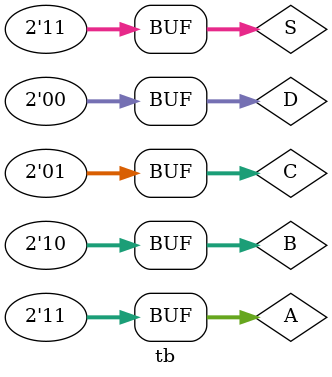
<source format=v>
module tb();
    
    //declaring variables
    reg [1:0] A,B,C,D,S;
    wire [1:0] Y;

    //declaring the design
    mux_case dut(
                    .A(A),
                    .B(B),
                    .C(C),
                    .D(D),
                    .S(S),
                    .Y(Y)
    );


    // Stimulas 
    initial begin
        A <= 2'b11;
        B <= 2'b10;
        C <= 2'b01;
        D <= 2'b00;
        #100;

        S <= 2'b00;
        #100;

        S <= 2'b01;
        #100;

        S <= 2'b10;
        #100;

        S <= 2'b11;
        #100;        
    end


    //Declaring the Dump command
    initial begin
        $dumpfile("dump.vcd");
        $dumpvars(0);


    end

endmodule

</source>
